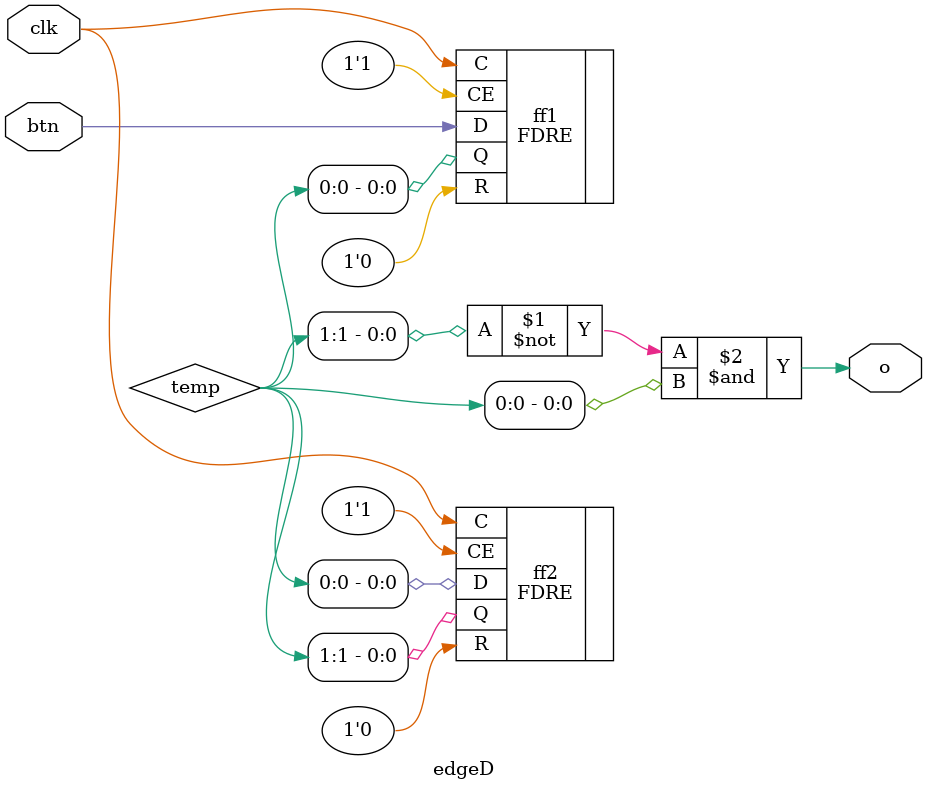
<source format=v>
`timescale 1ns / 1ps


 module edgeD(
    input clk,
    input btn,
    
    output o
    );
    
    wire [1:0] temp;
    
    FDRE #(.INIT(1'b0) ) ff1 (.C(clk), .R(1'b0), .CE(1'b1), .D(btn), .Q(temp[0]));
    FDRE #(.INIT(1'b0) ) ff2 (.C(clk), .R(1'b0), .CE(1'b1), .D(temp[0]), .Q(temp[1]));
    
    assign o = ~temp[1] & temp[0];
    
endmodule

</source>
